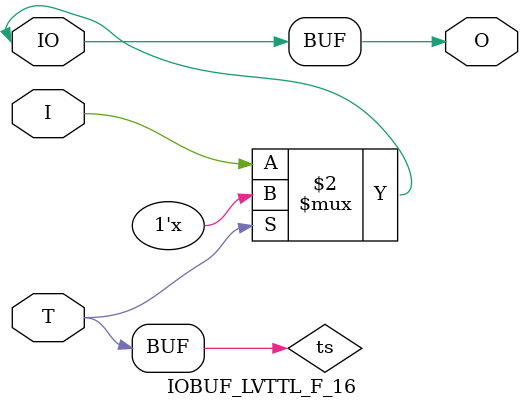
<source format=v>

/*

FUNCTION	: INPUT TRI-STATE OUTPUT BUFFER

*/

`celldefine
`timescale  100 ps / 10 ps

module IOBUF_LVTTL_F_16 (O, IO, I, T);

    output O;

    inout  IO;

    input  I, T;

    or O1 (ts, 1'b0, T);
    bufif0 T1 (IO, I, ts);

    buf B1 (O, IO);

endmodule

</source>
